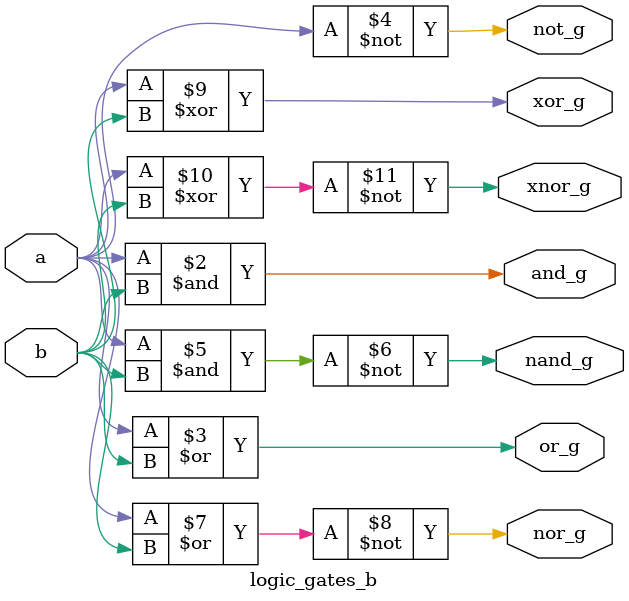
<source format=v>
`timescale 1ns / 1ps
module logic_gates_b(
    input a, b,
    output reg and_g,
    output reg or_g,
    output reg not_g,
    output reg nand_g,
    output reg nor_g,
    output reg xor_g,
    output reg xnor_g
);
    always @(*) begin
        and_g  = a & b;
        or_g   = a | b;
        not_g  = ~a;
        nand_g = ~(a & b);
        nor_g  = ~(a | b);
        xor_g  = a ^ b;
        xnor_g = ~(a ^ b);
    end
endmodule

</source>
